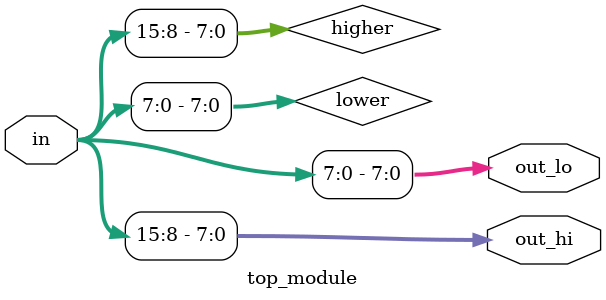
<source format=v>
module top_module( 
    input wire [15:0] in,
    output wire [7:0] out_hi,
    output wire [7:0] out_lo );
    wire [7:0] lower;
    wire [7:0] higher;
    assign lower = in[7:0];
    assign higher = in[15:8];
    assign out_lo = lower;
    assign out_hi = higher;
endmodule

</source>
